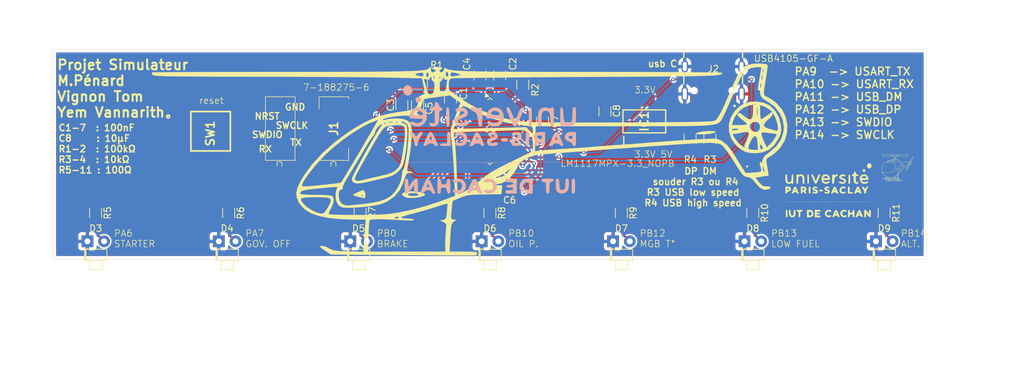
<source format=kicad_pcb>
(kicad_pcb (version 20241229) (generator "pcbnew") (generator_version "9.0")
  (layers (0 "F.Cu" signal) (2 "B.Cu" signal) (13 "F.Paste" user) (15 "B.Paste" user) (5 "F.SilkS" user "F.Silkscreen") (7 "B.SilkS" user "B.Silkscreen") (1 "F.Mask" user) (3 "B.Mask" user) (25 "Edge.Cuts" user))
  (net 0 "")
  (net 1 "GND")
  (net 2 "+3.3V")
  (net 3 "/NRST")
  (net 4 "+5V")
  (net 5 "/USART_RX")
  (net 6 "/USART_TX")
  (net 7 "/SWDIO")
  (net 8 "/SWCLK")
  (net 9 "/USB_DM")
  (net 10 "/USB_DP")
  (net 15 "Net-(U1-BOOT0)")
  (net 28 "Net-(U1-PB10)")
  (net 33 "Net-(D3-A)")
  (net 34 "Net-(D4-A)")
  (net 35 "Net-(D5-A)")
  (net 36 "Net-(D6-A)")
  (net 37 "Net-(D7-A)")
  (net 38 "Net-(D8-A)")
  (net 39 "Net-(D9-A)")
  (net 40 "Net-(U1-PB12)")
  (net 41 "Net-(U1-PB13)")
  (net 42 "Net-(U1-PB14)")
  (net 47 "Net-(U1-PA6)")
  (net 48 "Net-(U1-PA7)")
  (net 49 "Net-(U1-PB0)")
  (footprint "LOGO" (layer "F.Cu") (at 193.899472 94.676155)
    (property "Reference" "G***" (hide yes))
    (property "Value" "LOGO" (hide yes))
  )
  (footprint "Capacitor_SMD:C_1206_3216Metric_Pad1.33x1.80mm_HandSolder" (layer "F.Cu") (at 141 75 90)
    (property "Reference" "C4")
    (property "Value" "100n" (hide yes))
  )
  (footprint "Resistor_SMD:R_1206_3216Metric_Pad1.30x1.75mm_HandSolder" (layer "F.Cu") (at 182.5 95.95 -90)
    (property "Reference" "R10")
    (property "Value" "90" (hide yes))
  )
  (footprint "Resistor_SMD:R_1206_3216Metric_Pad1.30x1.75mm_HandSolder" (layer "F.Cu") (at 122.75 95.95 -90)
    (property "Reference" "R7")
    (property "Value" "90" (hide yes))
  )
  (footprint "LED_THT:LED_D1.8mm_W1.8mm_H2.4mm_Horizontal_O1.27mm_Z1.6mm" (layer "F.Cu") (at 121.25 100.275)
    (property "Reference" "D5")
    (property "Value" "LED_brake")
  )
  (footprint "Capacitor_SMD:C_1206_3216Metric_Pad1.33x1.80mm_HandSolder" (layer "F.Cu") (at 150.5 82 90)
    (property "Reference" "C7")
    (property "Value" "100n" (hide yes))
  )
  (footprint "LED_THT:LED_D1.8mm_W1.8mm_H2.4mm_Horizontal_O1.27mm_Z1.6mm" (layer "F.Cu") (at 101.25 100.275)
    (property "Reference" "D4")
    (property "Value" "LED_gov.off")
  )
  (footprint "FSM2JSMA:FSM2J" (layer "F.Cu") (at 100 83.5 90)
    (property "Reference" "SW1")
    (property "Value" "SW_Push" (hide yes))
  )
  (footprint "Capacitor_SMD:C_1206_3216Metric_Pad1.33x1.80mm_HandSolder" (layer "F.Cu") (at 143.2 92 180)
    (property "Reference" "C6")
    (property "Value" "100n" (hide yes))
  )
  (footprint "LOGO" (layer "F.Cu") (at 139.129784 87.605196)
    (property "Reference" "G***" (hide yes))
    (property "Value" "LOGO" (hide yes))
  )
  (footprint "Package_QFP:LQFP-48_7x7mm_P0.5mm" (layer "F.Cu") (at 142.5 83.5 -45)
    (property "Reference" "U1")
    (property "Value" "STM32L073CZTx" (hide yes))
  )
  (footprint "LED_THT:LED_D1.8mm_W1.8mm_H2.4mm_Horizontal_O1.27mm_Z1.6mm" (layer "F.Cu") (at 141.25 100.275)
    (property "Reference" "D6")
    (property "Value" "LED_oilP")
  )
  (footprint "Resistor_SMD:R_1206_3216Metric_Pad1.30x1.75mm_HandSolder" (layer "F.Cu") (at 202.5 95.95 -90)
    (property "Reference" "R11")
    (property "Value" "90" (hide yes))
  )
  (footprint "LED_THT:LED_D1.8mm_W1.8mm_H2.4mm_Horizontal_O1.27mm_Z1.6mm" (layer "F.Cu") (at 201.25 100.275)
    (property "Reference" "D9")
    (property "Value" "LED_Alt")
  )
  (footprint "LOGO" (layer "F.Cu") (at 204.5 89)
    (property "Reference" "G***" (hide yes))
    (property "Value" "LOGO" (hide yes))
  )
  (footprint "Capacitor_SMD:C_1206_3216Metric_Pad1.33x1.80mm_HandSolder" (layer "F.Cu") (at 160 80.5 90)
    (property "Reference" "C8")
    (property "Value" "10µ")
  )
  (footprint "Capacitor_SMD:C_1206_3216Metric_Pad1.33x1.80mm_HandSolder" (layer "F.Cu") (at 144 75 90)
    (property "Reference" "C2")
    (property "Value" "100n" (hide yes))
  )
  (footprint "Resistor_SMD:R_1206_3216Metric_Pad1.30x1.75mm_HandSolder" (layer "F.Cu") (at 172.9775 84.6375 90)
    (property "Reference" "R4")
    (property "Value" "10k" (hide yes))
  )
  (footprint "USBC:GCT_USB4105-GF-A" (layer "F.Cu") (at 176.4775 73.6375 180)
    (property "Reference" "J2")
    (property "Value" "USB4105-GF-A" (hide yes))
  )
  (footprint "Resistor_SMD:R_1206_3216Metric_Pad1.30x1.75mm_HandSolder" (layer "F.Cu") (at 175.9775 84.6375 90)
    (property "Reference" "R3")
    (property "Value" "10k" (hide yes))
  )
  (footprint "Capacitor_SMD:C_1206_3216Metric_Pad1.33x1.80mm_HandSolder" (layer "F.Cu") (at 131.5 79.5 -90)
    (property "Reference" "C5")
    (property "Value" "100n" (hide yes))
  )
  (footprint "Resistor_SMD:R_1206_3216Metric_Pad1.30x1.75mm_HandSolder" (layer "F.Cu") (at 147.5 76.4 -90)
    (property "Reference" "R2")
    (property "Value" "100k" (hide yes))
  )
  (footprint "Resistor_SMD:R_1206_3216Metric_Pad1.30x1.75mm_HandSolder" (layer "F.Cu") (at 102.75 95.95 -90)
    (property "Reference" "R6")
    (property "Value" "90" (hide yes))
  )
  (footprint "LED_THT:LED_D1.8mm_W1.8mm_H2.4mm_Horizontal_O1.27mm_Z1.6mm" (layer "F.Cu") (at 161.25 100.275)
    (property "Reference" "D7")
    (property "Value" "LED_MGB T")
  )
  (footprint "LED_THT:LED_D1.8mm_W1.8mm_H2.4mm_Horizontal_O1.27mm_Z1.6mm" (layer "F.Cu") (at 81.25 100.275)
    (property "Reference" "D3")
    (property "Value" "LED_starter")
  )
  (footprint "Resistor_SMD:R_1206_3216Metric_Pad1.30x1.75mm_HandSolder" (layer "F.Cu") (at 82.5 95.95 -90)
    (property "Reference" "R5")
    (property "Value" "90" (hide yes))
  )
  (footprint "LM1117:SOT230P700X180-4N" (layer "F.Cu") (at 166 82 90)
    (property "Reference" "IC1")
    (property "Value" "LM1117MPX-3.3_NOPB" (hide yes))
  )
  (footprint "Resistor_SMD:R_1206_3216Metric_Pad1.30x1.75mm_HandSolder" (layer "F.Cu") (at 133.9 76.4 -90)
    (property "Reference" "R1")
    (property "Value" "100k" (hide yes))
  )
  (footprint "Resistor_SMD:R_1206_3216Metric_Pad1.30x1.75mm_HandSolder" (layer "F.Cu") (at 142.5 95.95 -90)
    (property "Reference" "R8")
    (property "Value" "90" (hide yes))
  )
  (footprint "Capacitor_SMD:C_1206_3216Metric_Pad1.33x1.80mm_HandSolder" (layer "F.Cu") (at 136.5 78.5 90)
    (property "Reference" "C1")
    (property "Value" "100n" (hide yes))
  )
  (footprint "Capacitor_SMD:C_1206_3216Metric_Pad1.33x1.80mm_HandSolder" (layer "F.Cu") (at 129.1 79.5 90)
    (property "Reference" "C3")
    (property "Value" "100n" (hide yes))
  )
  (footprint "LED_THT:LED_D1.8mm_W1.8mm_H2.4mm_Horizontal_O1.27mm_Z1.6mm" (layer "F.Cu") (at 181.25 100.275)
    (property "Reference" "D8")
    (property "Value" "LED_Low fuel")
  )
  (footprint "Resistor_SMD:R_1206_3216Metric_Pad1.30x1.75mm_HandSolder" (layer "F.Cu") (at 162.5 95.95 -90)
    (property "Reference" "R9")
    (property "Value" "90" (hide yes))
  )
  (footprint "Micromatch:71882756" (layer "F.Cu") (at 118.75 83.095 90)
    (property "Reference" "J1")
    (property "Value" "7-188275-6" (hide yes))
  )
  (footprint "LOGO" (layer "B.Cu") (at 142.701588 89.113823 180)
    (property "Reference" "G***" (hide yes))
    (property "Value" "LOGO" (hide yes))
  )
  (gr_rect (start 108.35 78.245) (end 112.85 87.945) (stroke (width 0.1)) (fill no) (layer "F.SilkS"))
  (gr_rect (start 76 71) (end 209 103) (stroke (width 0.05)) (fill no) (layer "Edge.Cuts"))
  (gr_text "NRST" (at 106.6 81.8 0) (layer "F.SilkS") (effects (font (size 1 1) (thickness 0.2) (bold yes)) (justify left bottom)))
  (gr_text "Projet Simulateur\nM.Pénard\nVignon Tom\nYem Vannarith" (at 76.5 81.5 0) (layer "F.SilkS") (effects (font (size 1.5 1.5) (thickness 0.3) (bold yes)) (justify left bottom)))
  (gr_text "PB0\nBRAKE\n" (at 125.25 101.25 0) (layer "F.SilkS") (effects (font (size 1 1) (thickness 0.1)) (justify left bottom)))
  (gr_text "∩" (at 118 89 0) (layer "F.SilkS") (effects (font (size 1 1) (thickness 0.1)) (justify left bottom)))
  (gr_text "USB4105-GF-A" (at 182.6 73 0) (layer "F.SilkS") (effects (font (size 1 1) (thickness 0.125)) (justify left bottom)))
  (gr_text "7-188275-6" (at 114 77.4 0) (layer "F.SilkS") (effects (font (size 1 1) (thickness 0.1)) (justify left bottom)))
  (gr_text "GND" (at 111.2 80.4 0) (layer "F.SilkS") (effects (font (size 1 1) (thickness 0.2) (bold yes)) (justify left bottom)))
  (gr_text "LM1117MPX-3.3_NOPB" (at 153.2 89 0) (layer "F.SilkS") (effects (font (size 1 1) (thickness 0.1)) (justify left bottom)))
  (gr_text "C1-7  : 100nF\nC8     : 10µF\nR1-2  : 100kΩ\nR3-4  : 10kΩ\nR5-11 : 100Ω" (at 76.75 90 0) (layer "F.SilkS") (effects (font (size 1 1) (thickness 0.2) (bold yes)) (justify left bottom)))
  (gr_text "PA9  -> USART_TX\nPA10 -> USART_RX\nPA11 -> USB_DM\nPA12 -> USB_DP\nPA13 -> SWDIO\nPA14 -> SWCLK" (at 188.75 84.75 0) (layer "F.SilkS") (effects (font (size 1.2 1.2) (thickness 0.2) (bold yes)) (justify left bottom)))
  (gr_text "RX" (at 107.2 86.8 0) (layer "F.SilkS") (effects (font (size 1 1) (thickness 0.2) (bold yes)) (justify left bottom)))
  (gr_text "PB10\nOIL P.\n" (at 145.25 101.25 0) (layer "F.SilkS") (effects (font (size 1 1) (thickness 0.1)) (justify left bottom)))
  (gr_text "SWDIO" (at 106.2 84.6 0) (layer "F.SilkS") (effects (font (size 1 1) (thickness 0.2) (bold yes)) (justify left bottom)))
  (gr_text "PB14\nALT.\n" (at 205 101.25 0) (layer "F.SilkS") (effects (font (size 1 1) (thickness 0.1)) (justify left bottom)))
  (gr_text "reset" (at 98.2 79.4 0) (layer "F.SilkS") (effects (font (size 1 1) (thickness 0.1)) (justify left bottom)))
  (gr_text "PA6\nSTARTER\n" (at 85.25 101.25 0) (layer "F.SilkS") (effects (font (size 1 1) (thickness 0.1)) (justify left bottom)))
  (gr_text "3.3V" (at 164.4 77.8 0) (layer "F.SilkS") (effects (font (size 1 1) (thickness 0.1)) (justify left bottom)))
  (gr_text "SWCLK" (at 109.8 83.2 0) (layer "F.SilkS") (effects (font (size 1 1) (thickness 0.2) (bold yes)) (justify left bottom)))
  (gr_text "TX" (at 112 85.8 0) (layer "F.SilkS") (effects (font (size 1 1) (thickness 0.2) (bold yes)) (justify left bottom)))
  (gr_text "PB13\nLOW FUEL\n" (at 185.25 101.25 0) (layer "F.SilkS") (effects (font (size 1 1) (thickness 0.1)) (justify left bottom)))
  (gr_text "usb C" (at 166.45 73.8 0) (layer "F.SilkS") (effects (font (size 1 1) (thickness 0.2) (bold yes)) (justify left bottom)))
  (gr_text "3.3V 5V" (at 164.4 87.6 0) (layer "F.SilkS") (effects (font (size 1 1) (thickness 0.1)) (justify left bottom)))
  (gr_text "  DP DM\nsouder R3 ou R4\nR3 USB low speed \nR4 USB high speed \n" (at 173.8 95 0) (layer "F.SilkS") (effects (font (size 1 1) (thickness 0.2) (bold yes)) (justify bottom)))
  (gr_text "∩" (at 109.8 89 0) (layer "F.SilkS") (effects (font (size 1 1) (thickness 0.1)) (justify left bottom)))
  (gr_text "PB12\nMGB T°\n" (at 165.25 101.25 0) (layer "F.SilkS") (effects (font (size 1 1) (thickness 0.1)) (justify left bottom)))
  (gr_text "PA7\nGOV. OFF\n" (at 105.25 101.25 0) (layer "F.SilkS") (effects (font (size 1 1) (thickness 0.1)) (justify left bottom)))
  (segment (start 141.146447 83.207107) (end 139.026338 81.086998) (width 0.3) (layer "F.Cu") (net 1))
  (segment (start 179.970393 79.470393) (end 180.6 80.1) (width 0.3) (layer "F.Cu") (net 1))
  (segment (start 141.147658 88.034322) (end 140.542893 88.639087) (width 0.3) (layer "F.Cu") (net 1))
  (segment (start 145.267766 83.5) (end 141.853554 83.5) (width 0.3) (layer "F.Cu") (net 1))
  (segment (start 147.034322 84.852342) (end 145.974873 83.792893) (width 0.3) (layer "F.Cu") (net 1))
  (segment (start 141.147658 88.034322) (end 142.207107 86.974873) (width 0.3) (layer "F.Cu") (net 1))
  (segment (start 172.984607 79.215393) (end 172.6 79.6) (width 0.3) (layer "F.Cu") (net 1))
  (segment (start 173.2775 78.3925) (end 173.2775 78.508286) (width 0.3) (layer "F.Cu") (net 1))
  (segment (start 179.6775 78.3925) (end 179.6775 78.763286) (width 0.3) (layer "F.Cu") (net 1))
  (segment (start 140.542893 90.605393) (end 141.6375 91.7) (width 0.3) (layer "F.Cu") (net 1))
  (segment (start 142.5 86.267766) (end 142.5 80.732234) (width 0.3) (layer "F.Cu") (net 1))
  (segment (start 140.25 89.346194) (end 140.25 89.898286) (width 0.3) (layer "F.Cu") (net 1))
  (segment (start 142.792893 80.025127) (end 143.852342 78.965678) (width 0.3) (layer "F.Cu") (net 1))
  (arc (start 140.542893 88.639087) (mid 140.32612 88.96351) (end 140.25 89.346194) (width 0.3) (layer "F.Cu") (net 1))
  (arc (start 179.6775 78.763286) (mid 179.75362 79.145969) (end 179.970393 79.470393) (width 0.3) (layer "F.Cu") (net 1))
  (arc (start 173.2775 78.508286) (mid 173.20138 78.890969) (end 172.984607 79.215393) (width 0.3) (layer "F.Cu") (net 1))
  (arc (start 142.5 80.732234) (mid 142.57612 80.349551) (end 142.792893 80.025127) (width 0.3) (layer "F.Cu") (net 1))
  (arc (start 142.5 86.267766) (mid 142.42388 86.650449) (end 142.207107 86.974873) (width 0.3) (layer "F.Cu") (net 1))
  (arc (start 141.853554 83.5) (mid 141.470871 83.42388) (end 141.146447 83.207107) (width 0.3) (layer "F.Cu") (net 1))
  (arc (start 145.267766 83.5) (mid 145.650449 83.57612) (end 145.974873 83.792893) (width 0.3) (layer "F.Cu") (net 1))
  (arc (start 140.542893 90.605393) (mid 140.32612 90.28097) (end 140.25 89.898286) (width 0.3) (layer "F.Cu") (net 1))
  (segment (start 143.498788 78.612124) (end 143.498788 77.477926) (width 0.3) (layer "F.Cu") (net 2))
  (segment (start 165.707107 83.332107) (end 164.4375 82.0625) (width 0.3) (layer "F.Cu") (net 2))
  (segment (start 172.9775 86.1875) (end 176.4775 86.1875) (width 0.3) (layer "F.Cu") (net 2))
  (segment (start 167.639214 86.375) (end 172.79 86.375) (width 0.3) (layer "F.Cu") (net 2))
  (segment (start 166 80.085786) (end 166 78.85) (width 0.3) (layer "F.Cu") (net 2))
  (segment (start 138.672785 81.440551) (end 137.587627 80.355393) (width 0.3) (layer "F.Cu") (net 2))
  (segment (start 147.75 92.75) (end 146.992893 91.992893) (width 0.3) (layer "F.Cu") (net 2))
  (segment (start 143.791681 76.770819) (end 144 76.5625) (width 0.3) (layer "F.Cu") (net 2))
  (segment (start 166 85.15) (end 166.932107 86.082107) (width 0.3) (layer "F.Cu") (net 2))
  (segment (start 144.7625 91.7) (end 144.7625 91.649164) (width 0.3) (layer "F.Cu") (net 2))
  (segment (start 154.792893 76.855393) (end 160 82.0625) (width 0.3) (layer "F.Cu") (net 2))
  (segment (start 147.387876 84.498788) (end 149.149498 84.498788) (width 0.3) (layer "F.Cu") (net 2))
  (segment (start 135.5 81.75) (end 135.397355 81.647355) (width 0.3) (layer "F.Cu") (net 2))
  (segment (start 172.79 86.375) (end 172.9775 86.1875) (width 0.3) (layer "F.Cu") (net 2))
  (segment (start 141.208319 76.770819) (end 141 76.5625) (width 0.3) (layer "F.Cu") (net 2))
  (segment (start 138.873286 74.85) (end 133.9 74.85) (width 0.3) (layer "F.Cu") (net 2))
  (segment (start 153 83.5625) (end 158.085786 83.5625) (width 0.3) (layer "F.Cu") (net 2))
  (segment (start 144 76.5625) (end 141 76.5625) (width 0.3) (layer "F.Cu") (net 2))
  (segment (start 144.7625 91.649164) (end 141.501212 88.387876) (width 0.3) (layer "F.Cu") (net 2))
  (segment (start 141 76.5625) (end 139.580393 75.142893) (width 0.3) (layer "F.Cu") (net 2))
  (segment (start 153 83.5625) (end 150.5 83.5625) (width 0.3) (layer "F.Cu") (net 2))
  (segment (start 158.792893 83.269607) (end 160 82.0625) (width 0.3) (layer "F.Cu") (net 2))
  (segment (start 164.4375 82.0625) (end 165.707107 80.792893) (width 0.3) (layer "F.Cu") (net 2))
  (segment (start 136.88052 80.0625) (end 136.5 80.0625) (width 0.3) (layer "F.Cu") (net 2))
  (segment (start 160 82.0625) (end 164.4375 82.0625) (width 0.3) (layer "F.Cu") (net 2))
  (segment (start 144 76.5625) (end 154.085786 76.5625) (width 0.3) (layer "F.Cu") (net 2))
  (segment (start 149.856605 84.205895) (end 150.5 83.5625) (width 0.3) (layer "F.Cu") (net 2))
  (segment (start 146.285786 91.7) (end 144.7625 91.7) (width 0.3) (layer "F.Cu") (net 2))
  (segment (start 141.501212 78.612124) (end 141.501212 77.477926) (width 0.3) (layer "F.Cu") (net 2))
  (segment (start 135.5 81.75) (end 135.5 81.0625) (width 0.3) (layer "F.Cu") (net 2))
  (segment (start 166 85.15) (end 166 84.039214) (width 0.3) (layer "F.Cu") (net 2))
  (segment (start 135.5 81.0625) (end 136.5 80.0625) (width 0.3) (layer "F.Cu") (net 2))
  (via (at 153 83.5625) (size 0.6) (drill 0.3) (layers "F.Cu" "B.Cu") (net 2))
  (via (at 135.5 81.75) (size 0.6) (drill 0.3) (layers "F.Cu" "B.Cu") (net 2))
  (via (at 147.75 92.75) (size 0.6) (drill 0.3) (layers "F.Cu" "B.Cu") (net 2))
  (arc (start 154.792893 76.855393) (mid 154.46847 76.63862) (end 154.085786 76.5625) (width 0.3) (layer "F.Cu") (net 2))
  (arc (start 166 84.039214) (mid 165.92388 83.656531) (end 165.707107 83.332107) (width 0.3) (layer "F.Cu") (net 2))
  (arc (start 149.149498 84.498788) (mid 149.532181 84.422668) (end 149.856605 84.205895) (width 0.3) (layer "F.Cu") (net 2))
  (arc (start 137.587627 80.355393) (mid 137.263204 80.13862) (end 136.88052 80.0625) (width 0.3) (layer "F.Cu") (net 2))
  (arc (start 138.873286 74.85) (mid 139.255969 74.92612) (end 139.580393 75.142893) (width 0.3) (layer "F.Cu") (net 2))
  (arc (start 158.085786 83.5625) (mid 158.46847 83.48638) (end 158.792893 83.269607) (width 0.3) (layer "F.Cu") (net 2))
  (arc (start 167.639214 86.375) (mid 167.256531 86.29888) (end 166.932107 86.082107) (width 0.3) (layer "F.Cu") (net 2))
  (arc (start 146.285786 91.7) (mid 146.668469 91.77612) (end 146.992893 91.992893) (width 0.3) (layer "F.Cu") (net 2))
  (arc (start 165.707107 80.792893) (mid 165.92388 80.46847) (end 166 80.085786) (width 0.3) (layer "F.Cu") (net 2))
  (arc (start 143.791681 76.770819) (mid 143.574908 77.095242) (end 143.498788 77.477926) (width 0.3) (layer "F.Cu") (net 2))
  (arc (start 141.208319 76.770819) (mid 141.425092 77.095242) (end 141.501212 77.477926) (width 0.3) (layer "F.Cu") (net 2))
  (segment (start 151.980393 82.542893) (end 153 83.5625) (width 0.3) (layer "B.Cu") (net 2))
  (segment (start 153 83.585786) (end 153 83.5625) (width 0.3) (layer "B.Cu") (net 2))
  (segment (start 150.2 89.585786) (end 150.2 87.214214) (width 0.3) (layer "B.Cu") (net 2))
  (segment (start 150.492893 86.507107) (end 152.707107 84.292893) (width 0.3) (layer "B.Cu") (net 2))
  (segment (start 135.5 81.75) (end 136 82.25) (width 0.3) (layer "B.Cu") (net 2))
  (segment (start 147.75 92.75) (end 147.75 92.447362) (width 0.3) (layer "B.Cu") (net 2))
  (segment (start 136 82.25) (end 151.273286 82.25) (width 0.3) (layer "B.Cu") (net 2))
  (segment (start 147.75 92.447362) (end 149.975302 90.22206) (width 0.3) (layer "B.Cu") (net 2))
  (arc (start 150.2 87.214214) (mid 150.27612 86.83153) (end 150.492893 86.507107) (width 0.3) (layer "B.Cu") (net 2))
  (arc (start 151.273286 82.25) (mid 151.655969 82.32612) (end 151.980393 82.542893) (width 0.3) (layer "B.Cu") (net 2))
  (arc (start 149.975302 90.22206) (mid 150.141548 89.922678) (end 150.2 89.585786) (width 0.3) (layer "B.Cu") (net 2))
  (arc (start 152.707107 84.292893) (mid 152.92388 83.968469) (end 153 83.585786) (width 0.3) (layer "B.Cu") (net 2))
  (segment (start 133.8875 77.9375) (end 133.9 77.95) (width 0.3) (layer "F.Cu") (net 3))
  (segment (start 133.9 77.95) (end 134.357107 78.407107) (width 0.3) (layer "F.Cu") (net 3))
  (segment (start 120.204214 77.9) (end 129.0625 77.9) (width 0.3) (layer "F.Cu") (net 3))
  (segment (start 104.55 81.25) (end 104.61 81.19) (width 0.2) (layer "F.Cu") (net 3))
  (segment (start 104.55 85.75) (end 104.55 81.25) (width 0.2) (layer "F.Cu") (net 3))
  (segment (start 116.44 81.25) (end 116.5 81.19) (width 0.2) (layer "F.Cu") (net 3))
  (segment (start 129.1 77.9375) (end 131.5 77.9375) (width 0.3) (layer "F.Cu") (net 3))
  (segment (start 129.0625 77.9) (end 129.1 77.9375) (width 0.3) (layer "F.Cu") (net 3))
  (segment (start 137.639339 78.992893) (end 139.379891 80.733445) (width 0.3) (layer "F.Cu") (net 3))
  (segment (start 135.064214 78.7) (end 136.932232 78.7) (width 0.3) (layer "F.Cu") (net 3))
  (segment (start 104.61 81.19) (end 116.5 81.19) (width 0.2) (layer "F.Cu") (net 3))
  (segment (start 116.5 81.19) (end 119.497107 78.192893) (width 0.3) (layer "F.Cu") (net 3))
  (segment (start 131.5 77.9375) (end 133.8875 77.9375) (width 0.3) (layer "F.Cu") (net 3))
  (arc (start 136.932232 78.7) (mid 137.314915 78.77612) (end 137.639339 78.992893) (width 0.3) (layer "F.Cu") (net 3))
  (arc (start 120.204214 77.9) (mid 119.821531 77.97612) (end 119.497107 78.192893) (width 0.3) (layer "F.Cu") (net 3))
  (arc (start 135.064214 78.7) (mid 134.681531 78.62388) (end 134.357107 78.407107) (width 0.3) (layer "F.Cu") (net 3))
  (segment (start 174.0775 78.3925) (end 174.0775 79.053286) (width 0.3) (layer "F.Cu") (net 4))
  (segment (start 176.338349 84.607107) (end 178.584607 82.360849) (width 0.3) (layer "F.Cu") (net 4))
  (segment (start 170.45 85.15) (end 168.3 85.15) (width 0.3) (layer "F.Cu") (net 4))
  (segment (start 173.784607 79.760393) (end 170.992893 82.552107) (width 0.3) (layer "F.Cu") (net 4))
  (segment (start 170.7 84.9) (end 170.45 85.15) (width 0.3) (layer "F.Cu") (net 4))
  (segment (start 170.7 84.9) (end 175.631242 84.9) (width 0.3) (layer "F.Cu") (net 4))
  (segment (start 178.8775 81.653742) (end 178.8775 78.3925) (width 0.3) (layer "F.Cu") (net 4))
  (segment (start 170.7 83.259214) (end 170.7 84.9) (width 0.3) (layer "F.Cu") (net 4))
  (arc (start 178.8775 81.653742) (mid 178.80138 82.036425) (end 178.584607 82.360849) (width 0.3) (layer "F.Cu") (net 4))
  (arc (start 174.0775 79.053286) (mid 174.00138 79.435969) (end 173.784607 79.760393) (width 0.3) (layer "F.Cu") (net 4))
  (arc (start 175.631242 84.9) (mid 176.013925 84.82388) (end 176.338349 84.607107) (width 0.3) (layer "F.Cu") (net 4))
  (arc (start 170.992893 82.552107) (mid 170.77612 82.87653) (end 170.7 83.259214) (width 0.3) (layer "F.Cu") (net 4))
  (segment (start 149.2 88.4) (end 149.192893 88.392893) (width 0.3) (layer "F.Cu") (net 5))
  (segment (start 127.17 86.27) (end 127.2 86.3) (width 0.3) (layer "F.Cu") (net 5))
  (segment (start 116.5 86.27) (end 127.17 86.27) (width 0.3) (layer "F.Cu") (net 5))
  (segment (start 148.485786 88.1) (end 147.867766 88.1) (width 0.3) (layer "F.Cu") (net 5))
  (segment (start 147.160659 87.807106) (end 145.620109 86.266555) (width 0.3) (layer "F.Cu") (net 5))
  (segment (start 117.037107 86.807107) (end 116.5 86.27) (width 0.3) (layer "F.Cu") (net 5))
  (via (at 149.2 88.4) (size 0.6) (drill 0.3) (layers "F.Cu" "B.Cu") (net 5))
  (via (at 127.2 86.3) (size 0.6) (drill 0.3) (layers "F.Cu" "B.Cu") (net 5))
  (arc (start 147.160659 87.807106) (mid 147.485082 88.023879) (end 147.867766 88.1) (width 0.3) (layer "F.Cu") (net 5))
  (arc (start 148.485786 88.1) (mid 148.868469 88.17612) (end 149.192893 88.392893) (width 0.3) (layer "F.Cu") (net 5))
  (segment (start 130.907107 90.007107) (end 127.2 86.3) (width 0.3) (layer "B.Cu") (net 5))
  (segment (start 149.2 88.4) (end 149.2 88.685786) (width 0.3) (layer "B.Cu") (net 5))
  (segment (start 148.907107 89.392893) (end 148.292893 90.007107) (width 0.3) (layer "B.Cu") (net 5))
  (segment (start 147.585786 90.3) (end 131.614214 90.3) (width 0.3) (layer "B.Cu") (net 5))
  (arc (start 148.907107 89.392893) (mid 149.12388 89.06847) (end 149.2 88.685786) (width 0.3) (layer "B.Cu") (net 5))
  (arc (start 148.292893 90.007107) (mid 147.96847 90.22388) (end 147.585786 90.3) (width 0.3) (layer "B.Cu") (net 5))
  (arc (start 130.907107 90.007107) (mid 131.23153 90.22388) (end 131.614214 90.3) (width 0.3) (layer "B.Cu") (net 5))
  (segment (start 147.446446 88.8) (end 145.266555 86.620109) (width 0.3) (layer "F.Cu") (net 6))
  (segment (start 127.892893 84.707107) (end 127.9 84.7) (width 0.3) (layer "F.Cu") (net 6))
  (segment (start 121 85) (end 127.185786 85) (width 0.3) (layer "F.Cu") (net 6))
  (segment (start 147.5 88.8) (end 147.446446 88.8) (width 0.3) (layer "F.Cu") (net 6))
  (segment (start 121 85) (end 121.153856 85.153856) (width 0.3) (layer "F.Cu") (net 6))
  (via (at 147.5 88.8) (size 0.6) (drill 0.3) (layers "F.Cu" "B.Cu") (net 6))
  (via (at 127.9 84.7) (size 0.6) (drill 0.3) (layers "F.Cu" "B.Cu") (net 6))
  (arc (start 121.153856 85.153856) (mid 121.478279 85.370629) (end 121.860963 85.446749) (width 0.3) (layer "F.Cu") (net 6))
  (arc (start 127.892893 84.707107) (mid 127.56847 84.92388) (end 127.185786 85) (width 0.3) (layer "F.Cu") (net 6))
  (segment (start 148.6 87.285786) (end 148.6 86.714214) (width 0.3) (layer "B.Cu") (net 6))
  (segment (start 147.5 88.8) (end 148.307107 87.992893) (width 0.3) (layer "B.Cu") (net 6))
  (segment (start 148.307107 86.007107) (end 147.292893 84.992893) (width 0.3) (layer "B.Cu") (net 6))
  (segment (start 146.585786 84.7) (end 127.9 84.7) (width 0.3) (layer "B.Cu") (net 6))
  (arc (start 148.6 86.714214) (mid 148.52388 86.331531) (end 148.307107 86.007107) (width 0.3) (layer "B.Cu") (net 6))
  (arc (start 148.307107 87.992893) (mid 148.52388 87.66847) (end 148.6 87.285786) (width 0.3) (layer "B.Cu") (net 6))
  (arc (start 146.585786 84.7) (mid 146.968469 84.77612) (end 147.292893 84.992893) (width 0.3) (layer "B.Cu") (net 6))
  (segment (start 147.889088 86) (end 149.335786 86) (width 0.3) (layer "F.Cu") (net 7))
  (segment (start 127.262893 83.437107) (end 127.4 83.3) (width 0.3) (layer "F.Cu") (net 7))
  (segment (start 116.5 83.73) (end 126.555786 83.73) (width 0.3) (layer "F.Cu") (net 7))
  (segment (start 146.680769 85.205895) (end 147.181981 85.707107) (width 0.3) (layer "F.Cu") (net 7))
  (segment (start 150.042893 85.707107) (end 150.25 85.5) (width 0.3) (layer "F.Cu") (net 7))
  (via (at 127.4 83.3) (size 0.6) (drill 0.3) (layers "F.Cu" "B.Cu") (net 7))
  (via (at 150.25 85.5) (size 0.6) (drill 0.3) (layers "F.Cu" "B.Cu") (net 7))
  (arc (start 147.181981 85.707107) (mid 147.506404 85.92388) (end 147.889088 86) (width 0.3) (layer "F.Cu") (net 7))
  (arc (start 127.262893 83.437107) (mid 126.93847 83.65388) (end 126.555786 83.73) (width 0.3) (layer "F.Cu") (net 7))
  (arc (start 150.042893 85.707107) (mid 149.71847 85.92388) (end 149.335786 86) (width 0.3) (layer "F.Cu") (net 7))
  (segment (start 127.4 83.3) (end 147.635786 83.3) (width 0.3) (layer "B.Cu") (net 7))
  (segment (start 148.342893 83.592893) (end 150.25 85.5) (width 0.3) (layer "B.Cu") (net 7))
  (arc (start 148.342893 83.592893) (mid 148.01847 83.37612) (end 147.635786 83.3) (width 0.3) (layer "B.Cu") (net 7))
  (segment (start 148.25 81.224874) (end 148.25 80.5) (width 0.3) (layer "F.Cu") (net 8))
  (segment (start 147.387876 82.501212) (end 147.957107 81.931981) (width 0.3) (layer "F.Cu") (net 8))
  (segment (start 124.082893 82.167107) (end 125.25 81) (width 0.3) (layer "F.Cu") (net 8))
  (segment (start 121 82.46) (end 123.375786 82.46) (width 0.3) (layer "F.Cu") (net 8))
  (segment (start 148.25 80.5) (end 148 80.25) (width 0.3) (layer "F.Cu") (net 8))
  (via (at 148 80.25) (size 0.6) (drill 0.3) (layers "F.Cu" "B.Cu") (net 8))
  (via (at 125.25 81) (size 0.6) (drill 0.3) (layers "F.Cu" "B.Cu") (net 8))
  (arc (start 148.25 81.224874) (mid 148.17388 81.607557) (end 147.957107 81.931981) (width 0.3) (layer "F.Cu") (net 8))
  (arc (start 123.375786 82.46) (mid 123.758469 82.38388) (end 124.082893 82.167107) (width 0.3) (layer "F.Cu") (net 8))
  (segment (start 145.292893 77.542893) (end 148 80.25) (width 0.3) (layer "B.Cu") (net 8))
  (segment (start 129.414214 77.25) (end 144.585786 77.25) (width 0.3) (layer "B.Cu") (net 8))
  (segment (start 125.25 81) (end 128.707107 77.542893) (width 0.3) (layer "B.Cu") (net 8))
  (arc (start 144.585786 77.25) (mid 144.968469 77.32612) (end 145.292893 77.542893) (width 0.3) (layer "B.Cu") (net 8))
  (arc (start 128.707107 77.542893) (mid 129.03153 77.32612) (end 129.414214 77.25) (width 0.3) (layer "B.Cu") (net 8))
  (segment (start 177.2275 78.3925) (end 177.2275 79.082541) (width 0.3) (layer "F.Cu") (net 9))
  (segment (start 179.509214 75.6) (end 182.3 75.6) (width 0.3) (layer "F.Cu") (net 9))
  (segment (start 175.9775 83.0875) (end 176.2275 82.8375) (width 0.3) (layer "F.Cu") (net 9))
  (segment (start 176.9075 79.6375) (end 176.2275 79.6375) (width 0.3) (layer "F.Cu") (net 9))
  (segment (start 152.85 87.5) (end 147.974874 87.5) (width 0.3) (layer "F.Cu") (net 9))
  (segment (start 177.43205 77.26295) (end 178.802107 75.892893) (width 0.3) (layer "F.Cu") (net 9))
  (segment (start 176.934607 79.610393) (end 177.061364 79.483634) (width 0.3) (layer "F.Cu") (net 9))
  (segment (start 147.267767 87.207107) (end 145.973662 85.913002) (width 0.3) (layer "F.Cu") (net 9))
  (segment (start 176.934607 79.610393) (end 176.9075 79.6375) (width 0.3) (layer "F.Cu") (net 9))
  (segment (start 177.2275 78.3925) (end 177.2275 77.756777) (width 0.3) (layer "F.Cu") (net 9))
  (segment (start 176.2275 82.8375) (end 176.2275 80.1375) (width 0.3) (layer "F.Cu") (net 9))
  (segment (start 153 87.35) (end 152.85 87.5) (width 0.3) (layer "F.Cu") (net 9))
  (segment (start 176.2275 79.6375) (end 176.2275 78.3925) (width 0.3) (layer "F.Cu") (net 9))
  (segment (start 176.2275 80.1375) (end 176.2275 79.6375) (width 0.3) (layer "F.Cu") (net 9))
  (via (at 182.3 75.6) (size 0.6) (drill 0.3) (layers "F.Cu" "B.Cu") (net 9))
  (via (at 153 87.35) (size 0.6) (drill 0.3) (layers "F.Cu" "B.Cu") (net 9))
  (arc (start 177.2275 77.756777) (mid 177.280661 77.48952) (end 177.43205 77.26295) (width 0.3) (layer "F.Cu") (net 9))
  (arc (start 178.802107 75.892893) (mid 179.12653 75.67612) (end 179.509214 75.6) (width 0.3) (layer "F.Cu") (net 9))
  (arc (start 177.061364 79.483634) (mid 177.184323 79.299611) (end 177.2275 79.082541) (width 0.3) (layer "F.Cu") (net 9))
  (arc (start 147.974874 87.5) (mid 147.592191 87.42388) (end 147.267767 87.207107) (width 0.3) (layer "F.Cu") (net 9))
  (segment (start 153.357107 87.707107) (end 153 87.35) (width 0.3) (layer "B.Cu") (net 9))
  (segment (start 182.007107 83.992893) (end 178.292893 87.707107) (width 0.3) (layer "B.Cu") (net 9))
  (segment (start 177.585786 88) (end 154.064214 88) (width 0.3) (layer "B.Cu") (net 9))
  (segment (start 182.3 75.6) (end 182.3 83.285786) (width 0.3) (layer "B.Cu") (net 9))
  (arc (start 154.064214 88) (mid 153.681531 87.92388) (end 153.357107 87.707107) (width 0.3) (layer "B.Cu") (net 9))
  (arc (start 177.585786 88) (mid 177.968469 87.92388) (end 178.292893 87.707107) (width 0.3) (layer "B.Cu") (net 9))
  (arc (start 182.3 83.285786) (mid 182.22388 83.668469) (end 182.007107 83.992893) (width 0.3) (layer "B.Cu") (net 9))
  (segment (start 153.269239 86.7) (end 152.730761 86.7) (width 0.3) (layer "F.Cu") (net 10))
  (segment (start 173.570393 81.544607) (end 175.434607 79.680393) (width 0.3) (layer "F.Cu") (net 10))
  (segment (start 152.680761 86.75) (end 147.93198 86.75) (width 0.3) (layer "F.Cu") (net 10))
  (segment (start 172.9775 83.0875) (end 172.984607 83.080393) (width 0.3) (layer "F.Cu") (net 10))
  (segment (start 175.7275 78.973286) (end 175.7275 78.3925) (width 0.3) (layer "F.Cu") (net 10))
  (segment (start 152.730761 86.7) (end 152.680761 86.75) (width 0.3) (layer "F.Cu") (net 10))
  (segment (start 176.020393 77.174607) (end 176.0575 77.1375) (width 0.3) (layer "F.Cu") (net 10))
  (segment (start 173.2775 82.373286) (end 173.2775 82.251714) (width 0.3) (layer "F.Cu") (net 10))
  (segment (start 147.224873 86.457107) (end 146.327215 85.559449) (width 0.3) (layer "F.Cu") (net 10))
  (segment (start 176.0575 77.1375) (end 176.7275 77.1375) (width 0.3) (layer "F.Cu") (net 10))
  (segment (start 153.319239 86.75) (end 153.269239 86.7) (width 0.3) (layer "F.Cu") (net 10))
  (segment (start 156.75 86.75) (end 153.319239 86.75) (width 0.3) (layer "F.Cu") (net 10))
  (segment (start 175.7275 78.3925) (end 175.7275 77.714054) (width 0.3) (layer "F.Cu") (net 10))
  (segment (start 176.7275 77.1375) (end 176.7275 78.3925) (width 0.3) (layer "F.Cu") (net 10))
  (segment (start 174.775786 75.6) (end 170.4 75.6) (width 0.3) (layer "F.Cu") (net 10))
  (segment (start 176.020393 77.174607) (end 175.901834 77.293168) (width 0.3) (layer "F.Cu") (net 10))
  (segment (start 176.7275 77.1375) (end 175.482893 75.892893) (width 0.3) (layer "F.Cu") (net 10))
  (via (at 170.4 75.6) (size 0.6) (drill 0.3) (layers "F.Cu" "B.Cu") (net 10))
  (via (at 156.75 86.75) (size 0.6) (drill 0.3) (layers "F.Cu" "B.Cu") (net 10))
  (arc (start 172.984607 83.080393) (mid 173.20138 82.75597) (end 173.2775 82.373286) (width 0.3) (layer "F.Cu") (net 10))
  (arc (start 175.901834 77.293168) (mid 175.772808 77.486273) (end 175.7275 77.714054) (width 0.3) (layer "F.Cu") (net 10))
  (arc (start 174.775786 75.6) (mid 175.158469 75.67612) (end 175.482893 75.892893) (width 0.3) (layer "F.Cu") (net 10))
  (arc (start 173.2775 82.251714) (mid 173.35362 81.869031) (end 173.570393 81.544607) (width 0.3) (layer "F.Cu") (net 10))
  (arc (start 147.224873 86.457107) (mid 147.549296 86.67388) (end 147.93198 86.75) (width 0.3) (layer "F.Cu") (net 10))
  (arc (start 175.434607 79.680393) (mid 175.65138 79.35597) (end 175.7275 78.973286) (width 0.3) (layer "F.Cu") (net 10))
  (segment (start 158.735786 86.75) (end 156.75 86.75) (width 0.3) (layer "B.Cu") (net 10))
  (segment (start 170.4 75.6) (end 170.3 75.6) (width 0.3) (layer "B.Cu") (net 10))
  (segment (start 170.3 75.6) (end 159.442893 86.457107) (width 0.3) (layer "B.Cu") (net 10))
  (arc (start 158.735786 86.75) (mid 159.118469 86.67388) (end 159.442893 86.457107) (width 0.3) (layer "B.Cu") (net 10))
  (segment (start 147.5 77.95) (end 147.403554 77.95) (width 0.3) (layer "F.Cu") (net 15))
  (segment (start 146.696447 78.242893) (end 144.913002 80.026338) (width 0.3) (layer "F.Cu") (net 15))
  (arc (start 147.403554 77.95) (mid 147.020871 78.02612) (end 146.696447 78.242893) (width 0.3) (layer "F.Cu") (net 15))
  (segment (start 139.333883 88.433883) (end 140.440551 87.327215) (width 0.3) (layer "F.Cu") (net 28))
  (segment (start 142.5 94.4) (end 141.914214 94.4) (width 0.3) (layer "F.Cu") (net 28))
  (segment (start 139.333883 88.433883) (end 139.1 88.667766) (width 0.3) (layer "F.Cu") (net 28))
  (segment (start 139.1 88.667766) (end 139.1 91.585786) (width 0.3) (layer "F.Cu") (net 28))
  (segment (start 141.207107 94.107107) (end 139.392893 92.292893) (width 0.3) (layer "F.Cu") (net 28))
  (arc (start 139.392893 92.292893) (mid 139.17612 91.96847) (end 139.1 91.585786) (width 0.3) (layer "F.Cu") (net 28))
  (arc (start 141.914214 94.4) (mid 141.531531 94.32388) (end 141.207107 94.107107) (width 0.3) (layer "F.Cu") (net 28))
  (segment (start 82.5 97.5) (end 82.5 98.570786) (width 0.3) (layer "F.Cu") (net 33))
  (segment (start 82.792893 99.277893) (end 83.79 100.275) (width 0.3) (layer "F.Cu") (net 33))
  (arc (start 82.792893 99.277893) (mid 82.57612 98.95347) (end 82.5 98.570786) (width 0.3) (layer "F.Cu") (net 33))
  (segment (start 102.75 97.5) (end 102.75 98.820786) (width 0.3) (layer "F.Cu") (net 34))
  (segment (start 103.042893 99.527893) (end 103.79 100.275) (width 0.3) (layer "F.Cu") (net 34))
  (arc (start 102.75 98.820786) (mid 102.82612 99.203469) (end 103.042893 99.527893) (width 0.3) (layer "F.Cu") (net 34))
  (segment (start 122.75 97.5) (end 122.75 98.820786) (width 0.3) (layer "F.Cu") (net 35))
  (segment (start 123.042893 99.527893) (end 123.79 100.275) (width 0.3) (layer "F.Cu") (net 35))
  (arc (start 122.75 98.820786) (mid 122.82612 99.203469) (end 123.042893 99.527893) (width 0.3) (layer "F.Cu") (net 35))
  (segment (start 142.5 97.5) (end 142.5 98.570786) (width 0.3) (layer "F.Cu") (net 36))
  (segment (start 142.792893 99.277893) (end 143.79 100.275) (width 0.3) (layer "F.Cu") (net 36))
  (arc (start 142.792893 99.277893) (mid 142.57612 98.95347) (end 142.5 98.570786) (width 0.3) (layer "F.Cu") (net 36))
  (segment (start 162.792893 99.277893) (end 163.79 100.275) (width 0.3) (layer "F.Cu") (net 37))
  (segment (start 162.5 97.5) (end 162.5 98.570786) (width 0.3) (layer "F.Cu") (net 37))
  (arc (start 162.792893 99.277893) (mid 162.57612 98.95347) (end 162.5 98.570786) (width 0.3) (layer "F.Cu") (net 37))
  (segment (start 182.792893 99.277893) (end 183.79 100.275) (width 0.3) (layer "F.Cu") (net 38))
  (segment (start 182.5 97.5) (end 182.5 98.570786) (width 0.3) (layer "F.Cu") (net 38))
  (arc (start 182.792893 99.277893) (mid 182.57612 98.95347) (end 182.5 98.570786) (width 0.3) (layer "F.Cu") (net 38))
  (segment (start 202.792893 99.277893) (end 203.79 100.275) (width 0.3) (layer "F.Cu") (net 39))
  (segment (start 202.5 97.5) (end 202.5 98.570786) (width 0.3) (layer "F.Cu") (net 39))
  (arc (start 202.5 98.570786) (mid 202.57612 98.953469) (end 202.792893 99.277893) (width 0.3) (layer "F.Cu") (net 39))
  (segment (start 162.4 94.4) (end 162.5 94.4) (width 0.3) (layer "F.Cu") (net 40))
  (segment (start 143.498788 88.387876) (end 145.41802 90.307107) (width 0.3) (layer "F.Cu") (net 40))
  (segment (start 158.992893 90.892893) (end 162.5 94.4) (width 0.3) (layer "F.Cu") (net 40))
  (segment (start 146.125126 90.6) (end 158.285786 90.6) (width 0.3) (layer "F.Cu") (net 40))
  (arc (start 158.992893 90.892893) (mid 158.66847 90.67612) (end 158.285786 90.6) (width 0.3) (layer "F.Cu") (net 40))
  (arc (start 145.41802 90.307107) (mid 145.742443 90.523879) (end 146.125126 90.6) (width 0.3) (layer "F.Cu") (net 40))
  (segment (start 178.692893 90.392893) (end 182.5 94.2) (width 0.3) (layer "F.Cu") (net 41))
  (segment (start 143.852342 88.034322) (end 145.625127 89.807107) (width 0.3) (layer "F.Cu") (net 41))
  (segment (start 182.5 94.2) (end 182.5 94.4) (width 0.3) (layer "F.Cu") (net 41))
  (segment (start 146.332234 90.1) (end 177.985786 90.1) (width 0.3) (layer "F.Cu") (net 41))
  (arc (start 145.625127 89.807107) (mid 145.94955 90.02388) (end 146.332234 90.1) (width 0.3) (layer "F.Cu") (net 41))
  (arc (start 178.692893 90.392893) (mid 178.36847 90.17612) (end 177.985786 90.1) (width 0.3) (layer "F.Cu") (net 41))
  (segment (start 197.842893 89.742893) (end 202.5 94.4) (width 0.3) (layer "F.Cu") (net 42))
  (segment (start 144.205895 87.680769) (end 145.682233 89.157107) (width 0.3) (layer "F.Cu") (net 42))
  (segment (start 202.5 94) (end 202.5 94.4) (width 0.3) (layer "F.Cu") (net 42))
  (segment (start 146.38934 89.45) (end 197.135786 89.45) (width 0.3) (layer "F.Cu") (net 42))
  (arc (start 197.842893 89.742893) (mid 197.51847 89.52612) (end 197.135786 89.45) (width 0.3) (layer "F.Cu") (net 42))
  (arc (start 145.682233 89.157107) (mid 146.006656 89.37388) (end 146.38934 89.45) (width 0.3) (layer "F.Cu") (net 42))
  (segment (start 86.214214 91.1) (end 132.71802 91.1) (width 0.3) (layer "F.Cu") (net 47))
  (segment (start 82.5 94.4) (end 85.507107 91.392893) (width 0.3) (layer "F.Cu") (net 47))
  (segment (start 133.425127 90.807107) (end 138.672785 85.559449) (width 0.3) (layer "F.Cu") (net 47))
  (arc (start 85.507107 91.392893) (mid 85.83153 91.17612) (end 86.214214 91.1) (width 0.3) (layer "F.Cu") (net 47))
  (arc (start 132.71802 91.1) (mid 133.100703 91.02388) (end 133.425127 90.807107) (width 0.3) (layer "F.Cu") (net 47))
  (segment (start 105.964214 91.6) (end 132.925126 91.6) (width 0.3) (layer "F.Cu") (net 48))
  (segment (start 133.632233 91.307107) (end 139.026338 85.913002) (width 0.3) (layer "F.Cu") (net 48))
  (segment (start 102.75 94.4) (end 105.257107 91.892893) (width 0.3) (layer "F.Cu") (net 48))
  (arc (start 133.632233 91.307107) (mid 133.30781 91.52388) (end 132.925126 91.6) (width 0.3) (layer "F.Cu") (net 48))
  (arc (start 105.257107 91.892893) (mid 105.58153 91.67612) (end 105.964214 91.6) (width 0.3) (layer "F.Cu") (net 48))
  (segment (start 133.839339 91.807107) (end 139.379891 86.266555) (width 0.3) (layer "F.Cu") (net 49))
  (segment (start 122.75 94.4) (end 123.05 94.4) (width 0.3) (layer "F.Cu") (net 49))
  (segment (start 122.75 94.4) (end 124.757107 92.392893) (width 0.3) (layer "F.Cu") (net 49))
  (segment (start 125.464214 92.1) (end 133.132232 92.1) (width 0.3) (layer "F.Cu") (net 49))
  (arc (start 133.839339 91.807107) (mid 133.514916 92.02388) (end 133.132232 92.1) (width 0.3) (layer "F.Cu") (net 49))
  (arc (start 124.757107 92.392893) (mid 125.08153 92.17612) (end 125.464214 92.1) (width 0.3) (layer "F.Cu") (net 49))
  (zone (net 1) (net_name "GND") (layers "F.Cu" "B.Cu") (priority 1) (connect_pads (clearance 0.25)) (min_thickness 0.25) (fill yes (thermal_gap 0.5) (thermal_bridge_width 0.5))
    (polygon (pts (xy 76 71) (xy 209 71) (xy 209 103) (xy 76 103)))
  )
)
</source>
